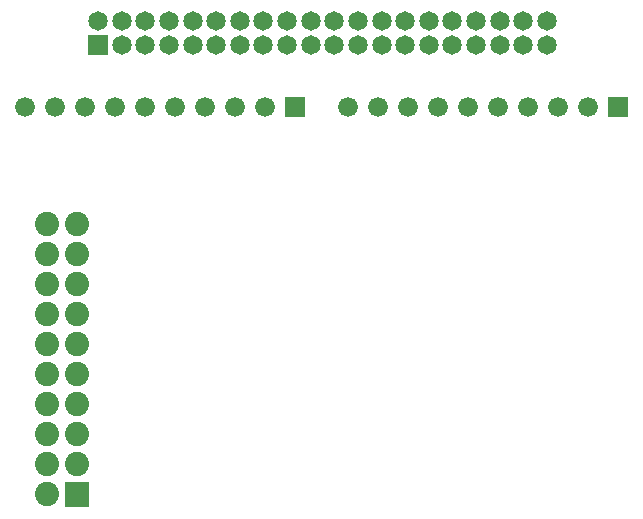
<source format=gbs>
G04 start of page 12 for group -4062 idx -4062 *
G04 Title: (unknown), soldermask *
G04 Creator: pcb 20110918 *
G04 CreationDate: Wed 26 Feb 2014 10:51:57 GMT UTC *
G04 For: michael *
G04 Format: Gerber/RS-274X *
G04 PCB-Dimensions: 275000 304000 *
G04 PCB-Coordinate-Origin: lower left *
%MOIN*%
%FSLAX25Y25*%
%LNBOTTOMMASK*%
%ADD140C,0.0808*%
%ADD139C,0.0001*%
%ADD138C,0.0660*%
%ADD137C,0.0651*%
G54D137*X149314Y268497D03*
X141440D03*
G54D138*X146100Y247800D03*
G54D137*X188684Y268497D03*
X180810D03*
X172936D03*
X165062D03*
X204432Y276371D03*
X196558D03*
X188684D03*
X180810D03*
X172936D03*
X165062D03*
X157188Y268497D03*
Y276371D03*
X149314D03*
X141440D03*
X133566D03*
X125692D03*
X117818D03*
X109944D03*
X102070D03*
X94196D03*
X86322D03*
X78448D03*
X70574D03*
X62700D03*
G54D139*G36*
X51560Y122740D02*Y114660D01*
X59640D01*
Y122740D01*
X51560D01*
G37*
G54D140*X45600Y118700D03*
X55600Y128700D03*
X45561Y128739D03*
X55600Y138700D03*
X45600D03*
X55600Y148700D03*
X45600D03*
X55600Y158700D03*
X45600D03*
Y168700D03*
Y178700D03*
Y188700D03*
Y198700D03*
Y208700D03*
X55600Y168700D03*
Y178700D03*
Y188700D03*
Y198700D03*
Y208700D03*
G54D137*X133566Y268497D03*
X125692D03*
X117818D03*
X109944D03*
X102070D03*
X94196D03*
X86322D03*
X78448D03*
X70574D03*
G54D139*G36*
X59447Y271750D02*Y265244D01*
X65953D01*
Y271750D01*
X59447D01*
G37*
G36*
X125100Y251100D02*Y244500D01*
X131700D01*
Y251100D01*
X125100D01*
G37*
G54D138*X118400Y247800D03*
X108400D03*
X98400D03*
X88400D03*
X78400D03*
X68400D03*
X58400D03*
X48400D03*
X38400D03*
G54D137*X212306Y268497D03*
X204432D03*
X196558D03*
X212306Y276371D03*
G54D139*G36*
X232800Y251100D02*Y244500D01*
X239400D01*
Y251100D01*
X232800D01*
G37*
G54D138*X226100Y247800D03*
X216100D03*
X206100D03*
X196100D03*
X186100D03*
X176100D03*
X166100D03*
X156100D03*
M02*

</source>
